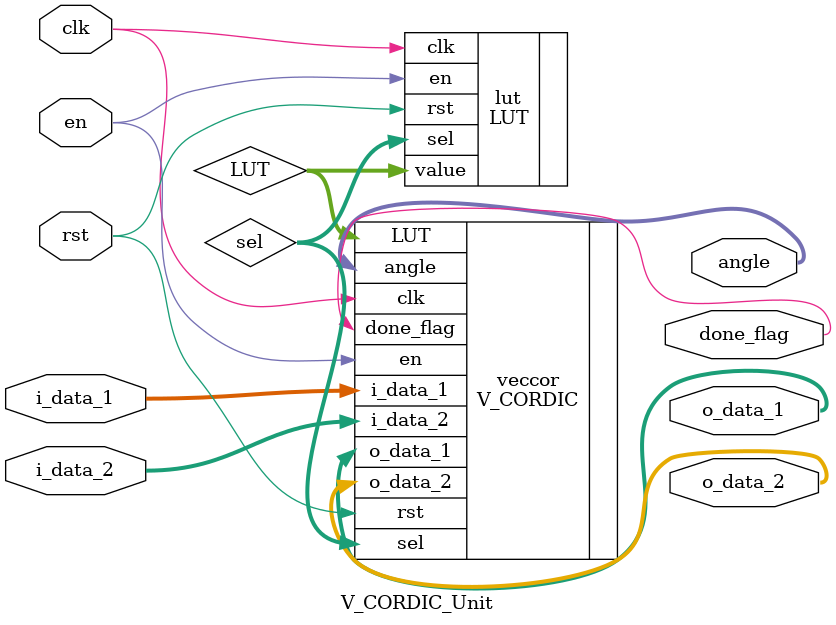
<source format=v>
module V_CORDIC_Unit (
    input signed [31:0]      i_data_1, 
    input signed [31:0]      i_data_2,
    input                    en,
    input                    rst,
    input                    clk,
    output signed [31:0]     o_data_1,
    output signed [31:0]     o_data_2,
    output signed [31:0]     angle,
    output                   done_flag
);
    
    wire [31:0] LUT;
    wire [3:0]  sel;    

    V_CORDIC veccor (
        .i_data_1(i_data_1),
        .i_data_2(i_data_2),
        .en(en),
        .rst(rst),
        .clk(clk),
        .LUT(LUT),
        .o_data_1(o_data_1),
        .o_data_2(o_data_2),
        .angle(angle),
        .done_flag(done_flag),
        .sel(sel)
    );

    LUT lut (
        .sel(sel),
        .en(en),
        .clk(clk),
        .rst(rst),
        .value(LUT)
    );

endmodule
</source>
